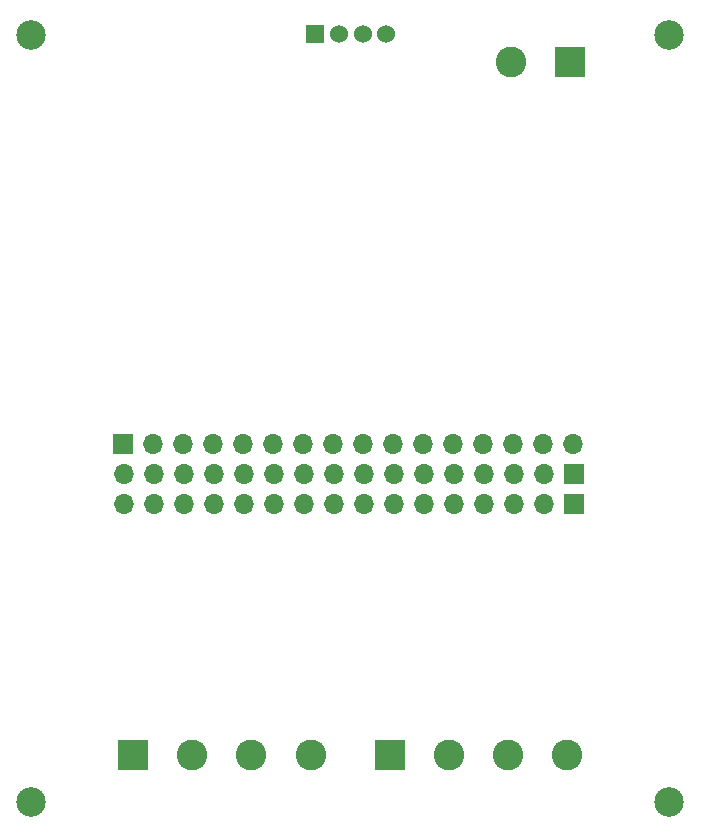
<source format=gbr>
%TF.GenerationSoftware,KiCad,Pcbnew,8.0.3*%
%TF.CreationDate,2024-08-07T13:20:04+02:00*%
%TF.ProjectId,motor_board,6d6f746f-725f-4626-9f61-72642e6b6963,0.1*%
%TF.SameCoordinates,Original*%
%TF.FileFunction,Soldermask,Bot*%
%TF.FilePolarity,Negative*%
%FSLAX46Y46*%
G04 Gerber Fmt 4.6, Leading zero omitted, Abs format (unit mm)*
G04 Created by KiCad (PCBNEW 8.0.3) date 2024-08-07 13:20:04*
%MOMM*%
%LPD*%
G01*
G04 APERTURE LIST*
%ADD10R,1.524000X1.524000*%
%ADD11C,1.524000*%
%ADD12C,2.500000*%
%ADD13R,1.700000X1.700000*%
%ADD14O,1.700000X1.700000*%
%ADD15R,2.600000X2.600000*%
%ADD16C,2.600000*%
G04 APERTURE END LIST*
D10*
%TO.C,J1*%
X127030000Y-54960000D03*
D11*
X129030000Y-54960000D03*
X131030000Y-54960000D03*
X133030000Y-54960000D03*
%TD*%
D12*
%TO.C,H1*%
X157000000Y-55000000D03*
%TD*%
D13*
%TO.C,J8*%
X148905000Y-92240000D03*
D14*
X146365000Y-92240000D03*
X143825000Y-92240000D03*
X141285000Y-92240000D03*
X138745000Y-92240000D03*
X136205000Y-92240000D03*
X133665000Y-92240000D03*
X131125000Y-92240000D03*
X128585000Y-92240000D03*
X126045000Y-92240000D03*
X123505000Y-92240000D03*
X120965000Y-92240000D03*
X118425000Y-92240000D03*
X115885000Y-92240000D03*
X113345000Y-92240000D03*
X110805000Y-92240000D03*
%TD*%
D15*
%TO.C,J4*%
X148630000Y-57320000D03*
D16*
X143630000Y-57320000D03*
%TD*%
D12*
%TO.C,H2*%
X103000000Y-55000000D03*
%TD*%
D15*
%TO.C,J6*%
X133370000Y-116020000D03*
D16*
X138370000Y-116020000D03*
X143370000Y-116020000D03*
X148370000Y-116020000D03*
%TD*%
D15*
%TO.C,J5*%
X111630000Y-116020000D03*
D16*
X116630000Y-116020000D03*
X121630000Y-116020000D03*
X126630000Y-116020000D03*
%TD*%
D12*
%TO.C,H4*%
X103000000Y-120000000D03*
%TD*%
D13*
%TO.C,J9*%
X148905000Y-94780000D03*
D14*
X146365000Y-94780000D03*
X143825000Y-94780000D03*
X141285000Y-94780000D03*
X138745000Y-94780000D03*
X136205000Y-94780000D03*
X133665000Y-94780000D03*
X131125000Y-94780000D03*
X128585000Y-94780000D03*
X126045000Y-94780000D03*
X123505000Y-94780000D03*
X120965000Y-94780000D03*
X118425000Y-94780000D03*
X115885000Y-94780000D03*
X113345000Y-94780000D03*
X110805000Y-94780000D03*
%TD*%
D13*
%TO.C,J7*%
X110780000Y-89680000D03*
D14*
X113320000Y-89680000D03*
X115860000Y-89680000D03*
X118400000Y-89680000D03*
X120940000Y-89680000D03*
X123480000Y-89680000D03*
X126020000Y-89680000D03*
X128560000Y-89680000D03*
X131100000Y-89680000D03*
X133640000Y-89680000D03*
X136180000Y-89680000D03*
X138720000Y-89680000D03*
X141260000Y-89680000D03*
X143800000Y-89680000D03*
X146340000Y-89680000D03*
X148880000Y-89680000D03*
%TD*%
D12*
%TO.C,H3*%
X157000000Y-120000000D03*
%TD*%
M02*

</source>
